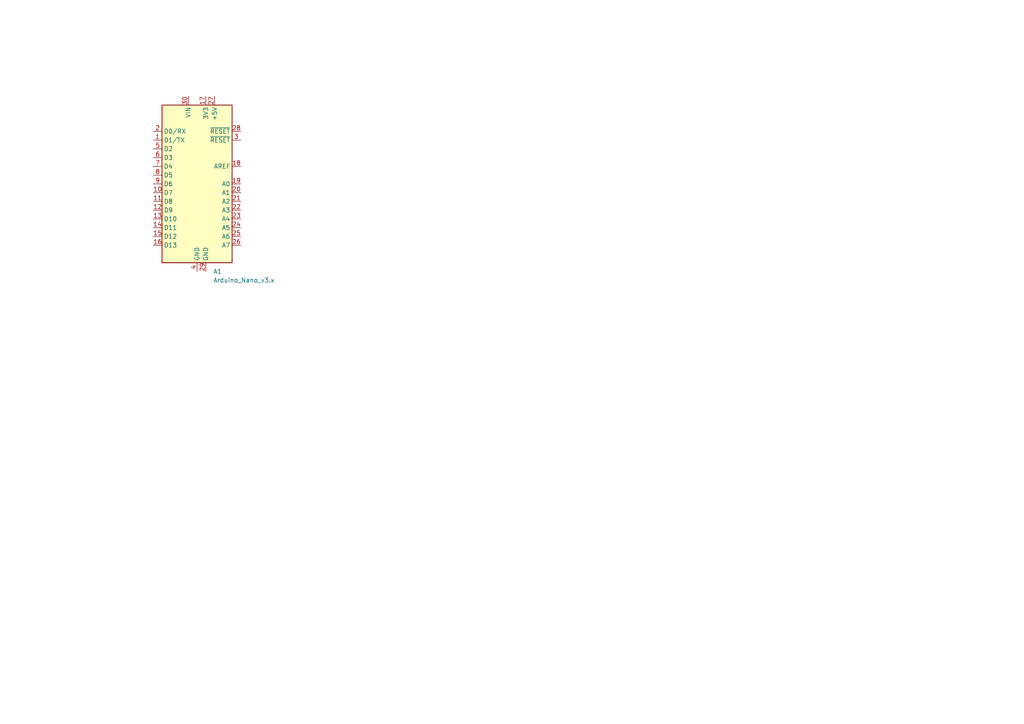
<source format=kicad_sch>
(kicad_sch (version 20250114) (generator "eeschema") (generator_version "9.0")
  (paper "A4")
  (lib_symbols
    (symbol "MCU_Module:Arduino_Nano_v3.x"
      (property "Reference" "A" (at -10.16 23.495 0))
      (property "Value" "Arduino_Nano_v3.x" (at 5.08 -24.13 0))
      (symbol "Arduino_Nano_v3.x_0_1"
        (rectangle (start -10.16 22.86) (end 10.16 -22.86) (stroke (width 0.254)) (fill (type background)))
      )
      (symbol "Arduino_Nano_v3.x_1_1"
        (pin bidirectional line (at -12.7 15.24 0) (length 2.54) (name "D0/RX") (number "2"))
        (pin bidirectional line (at -12.7 12.7 0) (length 2.54) (name "D1/TX") (number "1"))
        (pin bidirectional line (at -12.7 10.16 0) (length 2.54) (name "D2") (number "5"))
        (pin bidirectional line (at -12.7 7.62 0) (length 2.54) (name "D3") (number "6"))
        (pin bidirectional line (at -12.7 5.08 0) (length 2.54) (name "D4") (number "7"))
        (pin bidirectional line (at -12.7 2.54 0) (length 2.54) (name "D5") (number "8"))
        (pin bidirectional line (at -12.7 0 0) (length 2.54) (name "D6") (number "9"))
        (pin bidirectional line (at -12.7 -2.54 0) (length 2.54) (name "D7") (number "10"))
        (pin bidirectional line (at -12.7 -5.08 0) (length 2.54) (name "D8") (number "11"))
        (pin bidirectional line (at -12.7 -7.62 0) (length 2.54) (name "D9") (number "12"))
        (pin bidirectional line (at -12.7 -10.16 0) (length 2.54) (name "D10") (number "13"))
        (pin bidirectional line (at -12.7 -12.7 0) (length 2.54) (name "D11") (number "14"))
        (pin bidirectional line (at -12.7 -15.24 0) (length 2.54) (name "D12") (number "15"))
        (pin bidirectional line (at -12.7 -17.78 0) (length 2.54) (name "D13") (number "16"))
        (pin power_in line (at -2.54 25.4 270) (length 2.54) (name "VIN") (number "30"))
        (pin power_in line (at 0 -25.4 90) (length 2.54) (name "GND") (number "4"))
        (pin power_out line (at 2.54 25.4 270) (length 2.54) (name "3V3") (number "17"))
        (pin power_in line (at 2.54 -25.4 90) (length 2.54) (name "GND") (number "29"))
        (pin power_out line (at 5.08 25.4 270) (length 2.54) (name "+5V") (number "27"))
        (pin input line (at 12.7 15.24 180) (length 2.54) (name "~{RESET}") (number "28"))
        (pin input line (at 12.7 12.7 180) (length 2.54) (name "~{RESET}") (number "3"))
        (pin input line (at 12.7 5.08 180) (length 2.54) (name "AREF") (number "18"))
        (pin bidirectional line (at 12.7 0 180) (length 2.54) (name "A0") (number "19"))
        (pin bidirectional line (at 12.7 -2.54 180) (length 2.54) (name "A1") (number "20"))
        (pin bidirectional line (at 12.7 -5.08 180) (length 2.54) (name "A2") (number "21"))
        (pin bidirectional line (at 12.7 -7.62 180) (length 2.54) (name "A3") (number "22"))
        (pin bidirectional line (at 12.7 -10.16 180) (length 2.54) (name "A4") (number "23"))
        (pin bidirectional line (at 12.7 -12.7 180) (length 2.54) (name "A5") (number "24"))
        (pin bidirectional line (at 12.7 -15.24 180) (length 2.54) (name "A6") (number "25"))
        (pin bidirectional line (at 12.7 -17.78 180) (length 2.54) (name "A7") (number "26"))
      )
    )
  )
  (symbol (lib_id "MCU_Module:Arduino_Nano_v3.x") (at 57.15 53.34 0) (unit 1)
    (property "Reference" "A1" (at 61.8333 78.74 0) (effects (justify left)))
    (property "Value" "Arduino_Nano_v3.x" (at 61.8333 81.28 0) (effects (justify left)))
    (property "Footprint" "Module:Arduino_Nano" (effects (hide yes)))
    (property "Datasheet" "http://www.mouser.com/pdfdocs/Gravitech_Arduino_Nano3_0.pdf" (effects (hide yes)))
    (property "Description" "Arduino Nano v3.x" (effects (hide yes)))
  )
)
</source>
